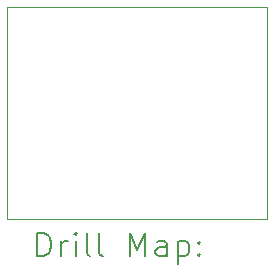
<source format=gbr>
%TF.GenerationSoftware,KiCad,Pcbnew,9.0.1-9.0.1-0~ubuntu25.04.1*%
%TF.CreationDate,2025-05-06T20:57:22+10:00*%
%TF.ProjectId,MiniUNO,4d696e69-554e-44f2-9e6b-696361645f70,rev?*%
%TF.SameCoordinates,Original*%
%TF.FileFunction,Drillmap*%
%TF.FilePolarity,Positive*%
%FSLAX45Y45*%
G04 Gerber Fmt 4.5, Leading zero omitted, Abs format (unit mm)*
G04 Created by KiCad (PCBNEW 9.0.1-9.0.1-0~ubuntu25.04.1) date 2025-05-06 20:57:22*
%MOMM*%
%LPD*%
G01*
G04 APERTURE LIST*
%ADD10C,0.050000*%
%ADD11C,0.200000*%
G04 APERTURE END LIST*
D10*
X-900000Y900000D02*
X1300000Y900000D01*
X1300000Y-900000D01*
X-900000Y-900000D01*
X-900000Y900000D01*
D11*
X-641723Y-1213984D02*
X-641723Y-1013984D01*
X-641723Y-1013984D02*
X-594104Y-1013984D01*
X-594104Y-1013984D02*
X-565533Y-1023508D01*
X-565533Y-1023508D02*
X-546485Y-1042555D01*
X-546485Y-1042555D02*
X-536961Y-1061603D01*
X-536961Y-1061603D02*
X-527437Y-1099698D01*
X-527437Y-1099698D02*
X-527437Y-1128270D01*
X-527437Y-1128270D02*
X-536961Y-1166365D01*
X-536961Y-1166365D02*
X-546485Y-1185412D01*
X-546485Y-1185412D02*
X-565533Y-1204460D01*
X-565533Y-1204460D02*
X-594104Y-1213984D01*
X-594104Y-1213984D02*
X-641723Y-1213984D01*
X-441723Y-1213984D02*
X-441723Y-1080650D01*
X-441723Y-1118746D02*
X-432199Y-1099698D01*
X-432199Y-1099698D02*
X-422675Y-1090174D01*
X-422675Y-1090174D02*
X-403628Y-1080650D01*
X-403628Y-1080650D02*
X-384580Y-1080650D01*
X-317914Y-1213984D02*
X-317914Y-1080650D01*
X-317914Y-1013984D02*
X-327437Y-1023508D01*
X-327437Y-1023508D02*
X-317914Y-1033031D01*
X-317914Y-1033031D02*
X-308390Y-1023508D01*
X-308390Y-1023508D02*
X-317914Y-1013984D01*
X-317914Y-1013984D02*
X-317914Y-1033031D01*
X-194104Y-1213984D02*
X-213152Y-1204460D01*
X-213152Y-1204460D02*
X-222675Y-1185412D01*
X-222675Y-1185412D02*
X-222675Y-1013984D01*
X-89342Y-1213984D02*
X-108390Y-1204460D01*
X-108390Y-1204460D02*
X-117914Y-1185412D01*
X-117914Y-1185412D02*
X-117914Y-1013984D01*
X139229Y-1213984D02*
X139229Y-1013984D01*
X139229Y-1013984D02*
X205896Y-1156841D01*
X205896Y-1156841D02*
X272563Y-1013984D01*
X272563Y-1013984D02*
X272563Y-1213984D01*
X453515Y-1213984D02*
X453515Y-1109222D01*
X453515Y-1109222D02*
X443991Y-1090174D01*
X443991Y-1090174D02*
X424943Y-1080650D01*
X424943Y-1080650D02*
X386848Y-1080650D01*
X386848Y-1080650D02*
X367801Y-1090174D01*
X453515Y-1204460D02*
X434467Y-1213984D01*
X434467Y-1213984D02*
X386848Y-1213984D01*
X386848Y-1213984D02*
X367801Y-1204460D01*
X367801Y-1204460D02*
X358277Y-1185412D01*
X358277Y-1185412D02*
X358277Y-1166365D01*
X358277Y-1166365D02*
X367801Y-1147317D01*
X367801Y-1147317D02*
X386848Y-1137793D01*
X386848Y-1137793D02*
X434467Y-1137793D01*
X434467Y-1137793D02*
X453515Y-1128270D01*
X548753Y-1080650D02*
X548753Y-1280650D01*
X548753Y-1090174D02*
X567801Y-1080650D01*
X567801Y-1080650D02*
X605896Y-1080650D01*
X605896Y-1080650D02*
X624944Y-1090174D01*
X624944Y-1090174D02*
X634467Y-1099698D01*
X634467Y-1099698D02*
X643991Y-1118746D01*
X643991Y-1118746D02*
X643991Y-1175889D01*
X643991Y-1175889D02*
X634467Y-1194936D01*
X634467Y-1194936D02*
X624944Y-1204460D01*
X624944Y-1204460D02*
X605896Y-1213984D01*
X605896Y-1213984D02*
X567801Y-1213984D01*
X567801Y-1213984D02*
X548753Y-1204460D01*
X729705Y-1194936D02*
X739229Y-1204460D01*
X739229Y-1204460D02*
X729705Y-1213984D01*
X729705Y-1213984D02*
X720182Y-1204460D01*
X720182Y-1204460D02*
X729705Y-1194936D01*
X729705Y-1194936D02*
X729705Y-1213984D01*
X729705Y-1090174D02*
X739229Y-1099698D01*
X739229Y-1099698D02*
X729705Y-1109222D01*
X729705Y-1109222D02*
X720182Y-1099698D01*
X720182Y-1099698D02*
X729705Y-1090174D01*
X729705Y-1090174D02*
X729705Y-1109222D01*
M02*

</source>
